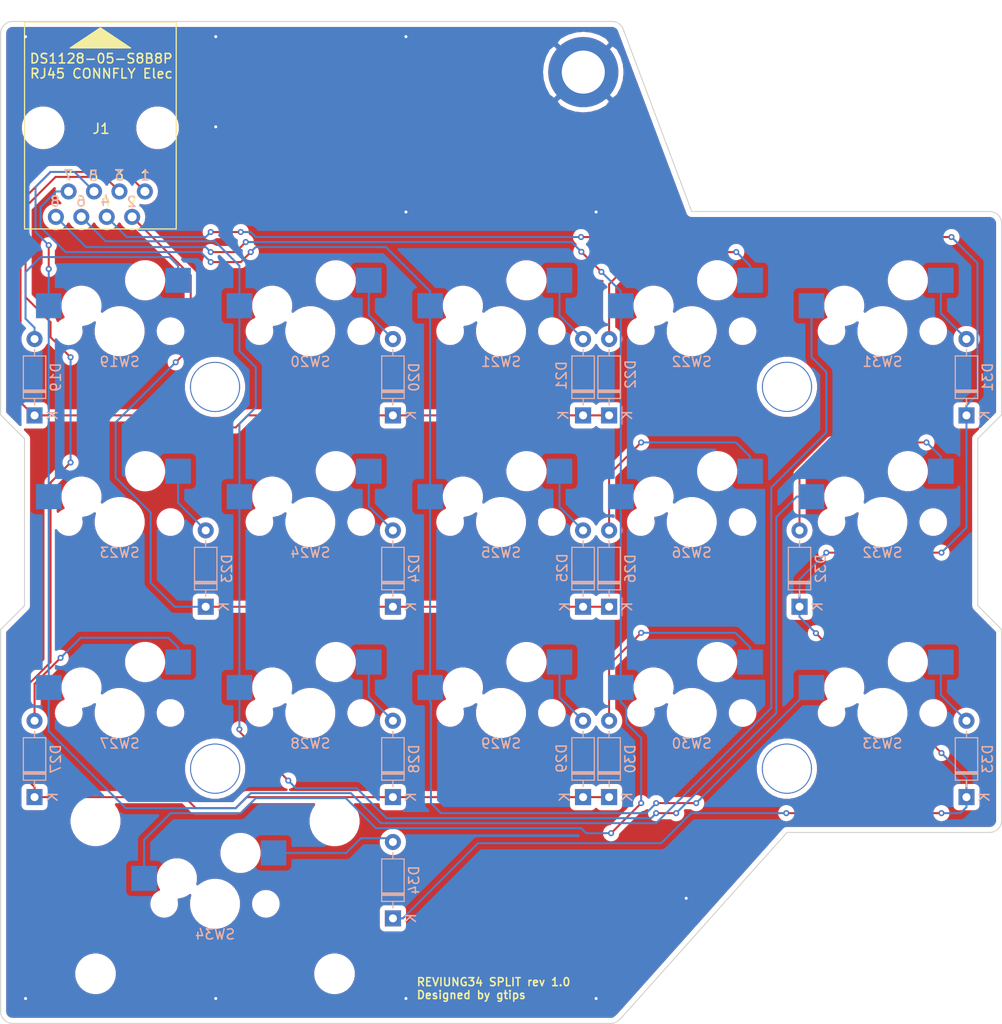
<source format=kicad_pcb>
(kicad_pcb (version 20171130) (host pcbnew "(5.1.2-1)-1")
  (layers (0 F.Cu signal) (31 B.Cu signal) (34 B.Paste user) (35 F.Paste user) (36 B.SilkS user) (37 F.SilkS user) (38 B.Mask user) (39 F.Mask user) (44 Edge.Cuts user))
  (net 0 "")
  (net 1 row0)
  (net 2 row1)
  (net 3 row2)
  (net 4 row3)
  (net 5 col5)
  (net 6 col6)
  (net 7 col7)
  (net 8 col8)
  (net 9 "Net-(D19-Pad2)")
  (net 10 "Net-(D20-Pad2)")
  (net 11 "Net-(D21-Pad2)")
  (net 12 "Net-(D22-Pad2)")
  (net 13 "Net-(D23-Pad2)")
  (net 14 "Net-(D24-Pad2)")
  (net 15 "Net-(D25-Pad2)")
  (net 16 "Net-(D26-Pad2)")
  (net 17 "Net-(D27-Pad2)")
  (net 18 "Net-(D28-Pad2)")
  (net 19 "Net-(D29-Pad2)")
  (net 20 "Net-(D30-Pad2)")
  (net 21 "Net-(D31-Pad2)")
  (net 22 "Net-(D32-Pad2)")
  (net 23 "Net-(D33-Pad2)")
  (net 24 "Net-(D34-Pad2)")
  (net 25 GND)
  (module _reviung-kbd:HOLE (layer F.Cu) (at 128.56 124.56)
    (fp_text reference H5)
    (fp_text value H5)
    (pad "" np_thru_hole circle (at 0 0) (size 5 5) (drill 4.8) (layers *.Cu *.Mask))
  )
  (module _reviung-kbd:HOLE (layer F.Cu) (at 128.57 86.45)
    (fp_text reference H4)
    (fp_text value H4)
    (pad "" np_thru_hole circle (at 0 0) (size 5 5) (drill 4.8) (layers *.Cu *.Mask))
  )
  (module _reviung-kbd:HOLE (layer F.Cu) (at 71.44 124.56)
    (fp_text reference H3)
    (fp_text value H3)
    (pad "" np_thru_hole circle (at 0 0) (size 5 5) (drill 4.8) (layers *.Cu *.Mask))
  )
  (module _reviung-kbd:HOLE (layer F.Cu) (at 71.43 86.46)
    (fp_text reference H2)
    (fp_text value H2)
    (pad "" np_thru_hole circle (at 0 0) (size 5 5) (drill 4.8) (layers *.Cu *.Mask))
  )
  (module MountingHole:MountingHole_4.3mm_M4_ISO14580_Pad (layer F.Cu) (at 108.22 55.04)
    (fp_text reference H1 hide)
    (fp_text value MountingHole_Pad)
    (pad 1 thru_hole circle (at 0 0) (size 7 7) (drill 4.3) (layers *.Cu *.Mask) (net 25 GND))
  )
  (module _reviung-kbd:MXOnly-2U-Hotswap-ReversedStabilizers (layer F.Cu) (at 71.43 138.05)
    (fp_text reference SW34)
    (fp_text value SW_PUSH_2U)
    (fp_text user %R (at 0 3.048) (layer B.SilkS) (effects (justify mirror)))
    (pad "" np_thru_hole circle (at 2.54 -5.08) (size 3 3) (drill 3) (layers *.Cu *.Mask))
    (pad "" np_thru_hole circle (at 0 0) (size 3.9878 3.9878) (drill 3.9878) (layers *.Cu *.Mask))
    (pad "" np_thru_hole circle (at -3.81 -2.54) (size 3 3) (drill 3) (layers *.Cu *.Mask))
    (pad "" np_thru_hole circle (at -5.08 0 48.0996) (size 1.75 1.75) (drill 1.75) (layers *.Cu *.Mask))
    (pad "" np_thru_hole circle (at 5.08 0 48.0996) (size 1.75 1.75) (drill 1.75) (layers *.Cu *.Mask))
    (pad 1 smd rect (at -7.085 -2.54) (size 2.55 2.5) (layers B.Cu B.Paste B.Mask) (net 8 col8))
    (pad 2 smd rect (at 5.842 -5.08) (size 2.55 2.5) (layers B.Cu B.Paste B.Mask) (net 24 "Net-(D34-Pad2)"))
    (pad "" np_thru_hole circle (at 11.938 6.985) (size 3.048 3.048) (drill 3.048) (layers *.Cu *.Mask))
    (pad "" np_thru_hole circle (at -11.938 6.985) (size 3.048 3.048) (drill 3.048) (layers *.Cu *.Mask))
    (pad "" np_thru_hole circle (at 11.938 -8.255) (size 3.9878 3.9878) (drill 3.9878) (layers *.Cu *.Mask))
    (pad "" np_thru_hole circle (at -11.938 -8.255) (size 3.9878 3.9878) (drill 3.9878) (layers *.Cu *.Mask))
  )
  (module _reviung-kbd:RJ45-DS1128-05-S8B8P (layer F.Cu) (at 60.05 60.69 180)
    (fp_text reference J1 (at 0 0) (layer F.SilkS))
    (fp_text value 8P8C)
    (fp_text user 8 (at 4.6 -7.25) (layer F.SilkS))
    (fp_text user 7 (at 3.3 -4.65) (layer F.SilkS))
    (fp_text user 5 (at 0.75 -4.7) (layer F.SilkS))
    (fp_text user 6 (at 2 -7.25) (layer F.SilkS))
    (fp_text user 4 (at -0.5 -7.2) (layer F.SilkS))
    (fp_text user 3 (at -1.8 -4.65) (layer F.SilkS))
    (fp_text user 2 (at -3.05 -7.3) (layer F.SilkS))
    (fp_text user 1 (at -4.4 -4.65) (layer F.SilkS))
    (fp_text user DS1128-05-S8B8P (at -0.01 7) (layer F.SilkS) (effects (font (size 0.95 0.95))))
    (fp_text user "RJ45 CONNFLY Elec" (at -0.03 5.5) (layer F.SilkS) (effects (font (size 0.95 0.95))))
    (fp_text user 1 (at -4.4 -4.65) (layer B.SilkS) (effects (justify mirror)))
    (fp_text user 2 (at -3.05 -7.3) (layer B.SilkS) (effects (justify mirror)))
    (fp_text user 3 (at -1.85 -4.65) (layer B.SilkS) (effects (justify mirror)))
    (fp_text user 4 (at -0.4 -7.2) (layer B.SilkS) (effects (justify mirror)))
    (fp_text user 5 (at 0.8 -4.7) (layer B.SilkS) (effects (justify mirror)))
    (fp_text user 6 (at 2 -7.25) (layer B.SilkS) (effects (justify mirror)))
    (fp_text user 7 (at 3.25 -4.65) (layer B.SilkS) (effects (justify mirror)))
    (fp_text user 8 (at 4.6 -7.25) (layer B.SilkS) (effects (justify mirror)))
    (pad "" np_thru_hole circle (at 5.79 0.09 180) (size 3.25 3.25) (drill 3.25) (layers *.Cu *.Mask))
    (pad "" np_thru_hole circle (at -5.64 0.09 180) (size 3.25 3.25) (drill 3.25) (layers *.Cu *.Mask))
    (pad 8 thru_hole circle (at 4.52 -8.8 180) (size 1.6 1.6) (drill 0.9) (layers *.Cu *.Mask) (net 8 col8))
    (pad 7 thru_hole circle (at 3.25 -6.26 180) (size 1.6 1.6) (drill 0.9) (layers *.Cu *.Mask) (net 7 col7))
    (pad 6 thru_hole circle (at 1.98 -8.8 180) (size 1.6 1.6) (drill 0.9) (layers *.Cu *.Mask) (net 6 col6))
    (pad 5 thru_hole circle (at 0.71 -6.26 180) (size 1.6 1.6) (drill 0.9) (layers *.Cu *.Mask) (net 5 col5))
    (pad 4 thru_hole circle (at -0.56 -8.8 180) (size 1.6 1.6) (drill 0.9) (layers *.Cu *.Mask) (net 4 row3))
    (pad 3 thru_hole circle (at -1.83 -6.26 180) (size 1.6 1.6) (drill 0.9) (layers *.Cu *.Mask) (net 3 row2))
    (pad 2 thru_hole circle (at -3.1 -8.8 180) (size 1.6 1.6) (drill 0.9) (layers *.Cu *.Mask) (net 2 row1))
    (pad 1 thru_hole circle (at -4.37 -6.26 180) (size 1.6 1.6) (drill 0.9) (layers *.Cu *.Mask) (net 1 row0))
  )
  (module Diode_THT:D_DO-35_SOD27_P7.62mm_Horizontal (layer B.Cu) (at 53.4 89.3 90)
    (fp_text reference D19 (at 3.81 2.12 90) (layer B.SilkS) (effects (justify mirror)))
    (fp_text value 1N4148)
    (fp_text user K (at 0 1.8 90) (layer B.SilkS) (effects (justify mirror)))
    (pad 2 thru_hole oval (at 7.62 0 90) (size 1.6 1.6) (drill 0.8) (layers *.Cu *.Mask) (net 9 "Net-(D19-Pad2)"))
    (pad 1 thru_hole rect (at 0 0 90) (size 1.6 1.6) (drill 0.8) (layers *.Cu *.Mask) (net 1 row0))
  )
  (module Diode_THT:D_DO-35_SOD27_P7.62mm_Horizontal (layer B.Cu) (at 89.2 89.3 90)
    (fp_text reference D20 (at 3.81 2.12 90) (layer B.SilkS) (effects (justify mirror)))
    (fp_text value 1N4148)
    (fp_text user K (at 0 1.8 90) (layer B.SilkS) (effects (justify mirror)))
    (pad 1 thru_hole rect (at 0 0 90) (size 1.6 1.6) (drill 0.8) (layers *.Cu *.Mask) (net 1 row0))
    (pad 2 thru_hole oval (at 7.62 0 90) (size 1.6 1.6) (drill 0.8) (layers *.Cu *.Mask) (net 10 "Net-(D20-Pad2)"))
  )
  (module Diode_THT:D_DO-35_SOD27_P7.62mm_Horizontal (layer B.Cu) (at 108.2 89.3 90)
    (fp_text reference D21 (at 3.97 -2.16 90) (layer B.SilkS) (effects (justify mirror)))
    (fp_text value 1N4148)
    (fp_text user K (at 0.01 -1.97 90) (layer B.SilkS) (effects (justify mirror)))
    (pad 2 thru_hole oval (at 7.62 0 90) (size 1.6 1.6) (drill 0.8) (layers *.Cu *.Mask) (net 11 "Net-(D21-Pad2)"))
    (pad 1 thru_hole rect (at 0 0 90) (size 1.6 1.6) (drill 0.8) (layers *.Cu *.Mask) (net 1 row0))
  )
  (module Diode_THT:D_DO-35_SOD27_P7.62mm_Horizontal (layer B.Cu) (at 110.8 89.3 90)
    (fp_text reference D22 (at 4.1 2.14 90) (layer B.SilkS) (effects (justify mirror)))
    (fp_text value 1N4148)
    (fp_text user K (at 0 1.8 90) (layer B.SilkS) (effects (justify mirror)))
    (pad 1 thru_hole rect (at 0 0 90) (size 1.6 1.6) (drill 0.8) (layers *.Cu *.Mask) (net 1 row0))
    (pad 2 thru_hole oval (at 7.62 0 90) (size 1.6 1.6) (drill 0.8) (layers *.Cu *.Mask) (net 12 "Net-(D22-Pad2)"))
  )
  (module Diode_THT:D_DO-35_SOD27_P7.62mm_Horizontal (layer B.Cu) (at 70.5 108.4 90)
    (fp_text reference D23 (at 3.81 2.12 90) (layer B.SilkS) (effects (justify mirror)))
    (fp_text value 1N4148)
    (fp_text user K (at 0 1.8 90) (layer B.SilkS) (effects (justify mirror)))
    (pad 2 thru_hole oval (at 7.62 0 90) (size 1.6 1.6) (drill 0.8) (layers *.Cu *.Mask) (net 13 "Net-(D23-Pad2)"))
    (pad 1 thru_hole rect (at 0 0 90) (size 1.6 1.6) (drill 0.8) (layers *.Cu *.Mask) (net 2 row1))
  )
  (module Diode_THT:D_DO-35_SOD27_P7.62mm_Horizontal (layer B.Cu) (at 89.2 108.4 90)
    (fp_text reference D24 (at 3.81 2.12 90) (layer B.SilkS) (effects (justify mirror)))
    (fp_text value 1N4148)
    (fp_text user K (at 0 1.8 90) (layer B.SilkS) (effects (justify mirror)))
    (pad 1 thru_hole rect (at 0 0 90) (size 1.6 1.6) (drill 0.8) (layers *.Cu *.Mask) (net 2 row1))
    (pad 2 thru_hole oval (at 7.62 0 90) (size 1.6 1.6) (drill 0.8) (layers *.Cu *.Mask) (net 14 "Net-(D24-Pad2)"))
  )
  (module Diode_THT:D_DO-35_SOD27_P7.62mm_Horizontal (layer B.Cu) (at 108.2 108.4 90)
    (fp_text reference D25 (at 3.88 -2.08 90) (layer B.SilkS) (effects (justify mirror)))
    (fp_text value 1N4148)
    (fp_text user K (at 0 -1.8 90) (layer B.SilkS) (effects (justify mirror)))
    (pad 2 thru_hole oval (at 7.62 0 90) (size 1.6 1.6) (drill 0.8) (layers *.Cu *.Mask) (net 15 "Net-(D25-Pad2)"))
    (pad 1 thru_hole rect (at 0 0 90) (size 1.6 1.6) (drill 0.8) (layers *.Cu *.Mask) (net 2 row1))
  )
  (module Diode_THT:D_DO-35_SOD27_P7.62mm_Horizontal (layer B.Cu) (at 110.8 108.4 90)
    (fp_text reference D26 (at 3.81 2.12 90) (layer B.SilkS) (effects (justify mirror)))
    (fp_text value 1N4148)
    (fp_text user K (at 0 1.8 90) (layer B.SilkS) (effects (justify mirror)))
    (pad 1 thru_hole rect (at 0 0 90) (size 1.6 1.6) (drill 0.8) (layers *.Cu *.Mask) (net 2 row1))
    (pad 2 thru_hole oval (at 7.62 0 90) (size 1.6 1.6) (drill 0.8) (layers *.Cu *.Mask) (net 16 "Net-(D26-Pad2)"))
  )
  (module Diode_THT:D_DO-35_SOD27_P7.62mm_Horizontal (layer B.Cu) (at 53.4 127.4 90)
    (fp_text reference D27 (at 3.81 2.12 90) (layer B.SilkS) (effects (justify mirror)))
    (fp_text value 1N4148)
    (fp_text user K (at 0 1.8 90) (layer B.SilkS) (effects (justify mirror)))
    (pad 2 thru_hole oval (at 7.62 0 90) (size 1.6 1.6) (drill 0.8) (layers *.Cu *.Mask) (net 17 "Net-(D27-Pad2)"))
    (pad 1 thru_hole rect (at 0 0 90) (size 1.6 1.6) (drill 0.8) (layers *.Cu *.Mask) (net 3 row2))
  )
  (module Diode_THT:D_DO-35_SOD27_P7.62mm_Horizontal (layer B.Cu) (at 89.2 127.4 90)
    (fp_text reference D28 (at 3.81 2.12 90) (layer B.SilkS) (effects (justify mirror)))
    (fp_text value 1N4148)
    (fp_text user K (at 0 1.8 90) (layer B.SilkS) (effects (justify mirror)))
    (pad 1 thru_hole rect (at 0 0 90) (size 1.6 1.6) (drill 0.8) (layers *.Cu *.Mask) (net 3 row2))
    (pad 2 thru_hole oval (at 7.62 0 90) (size 1.6 1.6) (drill 0.8) (layers *.Cu *.Mask) (net 18 "Net-(D28-Pad2)"))
  )
  (module Diode_THT:D_DO-35_SOD27_P7.62mm_Horizontal (layer B.Cu) (at 108.2 127.4 90)
    (fp_text reference D29 (at 3.88 -2.15 90) (layer B.SilkS) (effects (justify mirror)))
    (fp_text value 1N4148)
    (fp_text user K (at 0.01 -1.84 90) (layer B.SilkS) (effects (justify mirror)))
    (pad 2 thru_hole oval (at 7.62 0 90) (size 1.6 1.6) (drill 0.8) (layers *.Cu *.Mask) (net 19 "Net-(D29-Pad2)"))
    (pad 1 thru_hole rect (at 0 0 90) (size 1.6 1.6) (drill 0.8) (layers *.Cu *.Mask) (net 3 row2))
  )
  (module Diode_THT:D_DO-35_SOD27_P7.62mm_Horizontal (layer B.Cu) (at 110.8 127.4 90)
    (fp_text reference D30 (at 3.81 2.12 90) (layer B.SilkS) (effects (justify mirror)))
    (fp_text value 1N4148)
    (fp_text user K (at 0 1.8 90) (layer B.SilkS) (effects (justify mirror)))
    (pad 1 thru_hole rect (at 0 0 90) (size 1.6 1.6) (drill 0.8) (layers *.Cu *.Mask) (net 3 row2))
    (pad 2 thru_hole oval (at 7.62 0 90) (size 1.6 1.6) (drill 0.8) (layers *.Cu *.Mask) (net 20 "Net-(D30-Pad2)"))
  )
  (module Diode_THT:D_DO-35_SOD27_P7.62mm_Horizontal (layer B.Cu) (at 146.5 89.3 90)
    (fp_text reference D31 (at 3.81 2.12 90) (layer B.SilkS) (effects (justify mirror)))
    (fp_text value 1N4148)
    (fp_text user K (at 0 1.8 90) (layer B.SilkS) (effects (justify mirror)))
    (pad 1 thru_hole rect (at 0 0 90) (size 1.6 1.6) (drill 0.8) (layers *.Cu *.Mask) (net 4 row3))
    (pad 2 thru_hole oval (at 7.62 0 90) (size 1.6 1.6) (drill 0.8) (layers *.Cu *.Mask) (net 21 "Net-(D31-Pad2)"))
  )
  (module Diode_THT:D_DO-35_SOD27_P7.62mm_Horizontal (layer B.Cu) (at 129.82 108.4 90)
    (fp_text reference D32 (at 3.81 2.12 90) (layer B.SilkS) (effects (justify mirror)))
    (fp_text value 1N4148)
    (fp_text user K (at 0 1.8 90) (layer B.SilkS) (effects (justify mirror)))
    (pad 2 thru_hole oval (at 7.62 0 90) (size 1.6 1.6) (drill 0.8) (layers *.Cu *.Mask) (net 22 "Net-(D32-Pad2)"))
    (pad 1 thru_hole rect (at 0 0 90) (size 1.6 1.6) (drill 0.8) (layers *.Cu *.Mask) (net 4 row3))
  )
  (module Diode_THT:D_DO-35_SOD27_P7.62mm_Horizontal (layer B.Cu) (at 146.5 127.4 90)
    (fp_text reference D33 (at 3.81 2.12 90) (layer B.SilkS) (effects (justify mirror)))
    (fp_text value 1N4148)
    (fp_text user K (at 0 1.8 90) (layer B.SilkS) (effects (justify mirror)))
    (pad 1 thru_hole rect (at 0 0 90) (size 1.6 1.6) (drill 0.8) (layers *.Cu *.Mask) (net 4 row3))
    (pad 2 thru_hole oval (at 7.62 0 90) (size 1.6 1.6) (drill 0.8) (layers *.Cu *.Mask) (net 23 "Net-(D33-Pad2)"))
  )
  (module Diode_THT:D_DO-35_SOD27_P7.62mm_Horizontal (layer B.Cu) (at 89.2 139.5 90)
    (fp_text reference D34 (at 3.81 2.12 90) (layer B.SilkS) (effects (justify mirror)))
    (fp_text value 1N4148)
    (fp_text user K (at 0 1.8 90) (layer B.SilkS) (effects (justify mirror)))
    (pad 2 thru_hole oval (at 7.62 0 90) (size 1.6 1.6) (drill 0.8) (layers *.Cu *.Mask) (net 24 "Net-(D34-Pad2)"))
    (pad 1 thru_hole rect (at 0 0 90) (size 1.6 1.6) (drill 0.8) (layers *.Cu *.Mask) (net 4 row3))
  )
  (module _reviung-kbd:MXOnly-1U-Hotswap (layer F.Cu) (at 61.9 80.9)
    (fp_text reference SW19)
    (fp_text value SW_PUSH)
    (fp_text user %R (at 0 3.048) (layer B.SilkS) (effects (justify mirror)))
    (pad "" np_thru_hole circle (at 2.54 -5.08) (size 3 3) (drill 3) (layers *.Cu *.Mask))
    (pad "" np_thru_hole circle (at 0 0) (size 3.9878 3.9878) (drill 3.9878) (layers *.Cu *.Mask))
    (pad "" np_thru_hole circle (at -3.81 -2.54) (size 3 3) (drill 3) (layers *.Cu *.Mask))
    (pad "" np_thru_hole circle (at -5.08 0 48.0996) (size 1.75 1.75) (drill 1.75) (layers *.Cu *.Mask))
    (pad "" np_thru_hole circle (at 5.08 0 48.0996) (size 1.75 1.75) (drill 1.75) (layers *.Cu *.Mask))
    (pad 1 smd rect (at -7.085 -2.54) (size 2.55 2.5) (layers B.Cu B.Paste B.Mask) (net 5 col5))
    (pad 2 smd rect (at 5.842 -5.08) (size 2.55 2.5) (layers B.Cu B.Paste B.Mask) (net 9 "Net-(D19-Pad2)"))
  )
  (module _reviung-kbd:MXOnly-1U-Hotswap (layer F.Cu) (at 80.95 80.9)
    (fp_text reference SW20)
    (fp_text value SW_PUSH)
    (fp_text user %R (at 0 3.048) (layer B.SilkS) (effects (justify mirror)))
    (pad "" np_thru_hole circle (at 2.54 -5.08) (size 3 3) (drill 3) (layers *.Cu *.Mask))
    (pad "" np_thru_hole circle (at 0 0) (size 3.9878 3.9878) (drill 3.9878) (layers *.Cu *.Mask))
    (pad "" np_thru_hole circle (at -3.81 -2.54) (size 3 3) (drill 3) (layers *.Cu *.Mask))
    (pad "" np_thru_hole circle (at -5.08 0 48.0996) (size 1.75 1.75) (drill 1.75) (layers *.Cu *.Mask))
    (pad "" np_thru_hole circle (at 5.08 0 48.0996) (size 1.75 1.75) (drill 1.75) (layers *.Cu *.Mask))
    (pad 1 smd rect (at -7.085 -2.54) (size 2.55 2.5) (layers B.Cu B.Paste B.Mask) (net 6 col6))
    (pad 2 smd rect (at 5.842 -5.08) (size 2.55 2.5) (layers B.Cu B.Paste B.Mask) (net 10 "Net-(D20-Pad2)"))
  )
  (module _reviung-kbd:MXOnly-1U-Hotswap (layer F.Cu) (at 100 80.9)
    (fp_text reference SW21)
    (fp_text value SW_PUSH)
    (fp_text user %R (at 0 3.048) (layer B.SilkS) (effects (justify mirror)))
    (pad 2 smd rect (at 5.842 -5.08) (size 2.55 2.5) (layers B.Cu B.Paste B.Mask) (net 11 "Net-(D21-Pad2)"))
    (pad 1 smd rect (at -7.085 -2.54) (size 2.55 2.5) (layers B.Cu B.Paste B.Mask) (net 7 col7))
    (pad "" np_thru_hole circle (at 5.08 0 48.0996) (size 1.75 1.75) (drill 1.75) (layers *.Cu *.Mask))
    (pad "" np_thru_hole circle (at -5.08 0 48.0996) (size 1.75 1.75) (drill 1.75) (layers *.Cu *.Mask))
    (pad "" np_thru_hole circle (at -3.81 -2.54) (size 3 3) (drill 3) (layers *.Cu *.Mask))
    (pad "" np_thru_hole circle (at 0 0) (size 3.9878 3.9878) (drill 3.9878) (layers *.Cu *.Mask))
    (pad "" np_thru_hole circle (at 2.54 -5.08) (size 3 3) (drill 3) (layers *.Cu *.Mask))
  )
  (module _reviung-kbd:MXOnly-1U-Hotswap (layer F.Cu) (at 119.05 80.9)
    (fp_text reference SW22)
    (fp_text value SW_PUSH)
    (fp_text user %R (at 0 3.048) (layer B.SilkS) (effects (justify mirror)))
    (pad "" np_thru_hole circle (at 2.54 -5.08) (size 3 3) (drill 3) (layers *.Cu *.Mask))
    (pad "" np_thru_hole circle (at 0 0) (size 3.9878 3.9878) (drill 3.9878) (layers *.Cu *.Mask))
    (pad "" np_thru_hole circle (at -3.81 -2.54) (size 3 3) (drill 3) (layers *.Cu *.Mask))
    (pad "" np_thru_hole circle (at -5.08 0 48.0996) (size 1.75 1.75) (drill 1.75) (layers *.Cu *.Mask))
    (pad "" np_thru_hole circle (at 5.08 0 48.0996) (size 1.75 1.75) (drill 1.75) (layers *.Cu *.Mask))
    (pad 1 smd rect (at -7.085 -2.54) (size 2.55 2.5) (layers B.Cu B.Paste B.Mask) (net 8 col8))
    (pad 2 smd rect (at 5.842 -5.08) (size 2.55 2.5) (layers B.Cu B.Paste B.Mask) (net 12 "Net-(D22-Pad2)"))
  )
  (module _reviung-kbd:MXOnly-1U-Hotswap (layer F.Cu) (at 61.9 99.95)
    (fp_text reference SW23)
    (fp_text value SW_PUSH)
    (fp_text user %R (at 0 3.048) (layer B.SilkS) (effects (justify mirror)))
    (pad 2 smd rect (at 5.842 -5.08) (size 2.55 2.5) (layers B.Cu B.Paste B.Mask) (net 13 "Net-(D23-Pad2)"))
    (pad 1 smd rect (at -7.085 -2.54) (size 2.55 2.5) (layers B.Cu B.Paste B.Mask) (net 5 col5))
    (pad "" np_thru_hole circle (at 5.08 0 48.0996) (size 1.75 1.75) (drill 1.75) (layers *.Cu *.Mask))
    (pad "" np_thru_hole circle (at -5.08 0 48.0996) (size 1.75 1.75) (drill 1.75) (layers *.Cu *.Mask))
    (pad "" np_thru_hole circle (at -3.81 -2.54) (size 3 3) (drill 3) (layers *.Cu *.Mask))
    (pad "" np_thru_hole circle (at 0 0) (size 3.9878 3.9878) (drill 3.9878) (layers *.Cu *.Mask))
    (pad "" np_thru_hole circle (at 2.54 -5.08) (size 3 3) (drill 3) (layers *.Cu *.Mask))
  )
  (module _reviung-kbd:MXOnly-1U-Hotswap (layer F.Cu) (at 80.95 99.95)
    (fp_text reference SW24)
    (fp_text value SW_PUSH)
    (fp_text user %R (at 0 3.048) (layer B.SilkS) (effects (justify mirror)))
    (pad "" np_thru_hole circle (at 2.54 -5.08) (size 3 3) (drill 3) (layers *.Cu *.Mask))
    (pad "" np_thru_hole circle (at 0 0) (size 3.9878 3.9878) (drill 3.9878) (layers *.Cu *.Mask))
    (pad "" np_thru_hole circle (at -3.81 -2.54) (size 3 3) (drill 3) (layers *.Cu *.Mask))
    (pad "" np_thru_hole circle (at -5.08 0 48.0996) (size 1.75 1.75) (drill 1.75) (layers *.Cu *.Mask))
    (pad "" np_thru_hole circle (at 5.08 0 48.0996) (size 1.75 1.75) (drill 1.75) (layers *.Cu *.Mask))
    (pad 1 smd rect (at -7.085 -2.54) (size 2.55 2.5) (layers B.Cu B.Paste B.Mask) (net 6 col6))
    (pad 2 smd rect (at 5.842 -5.08) (size 2.55 2.5) (layers B.Cu B.Paste B.Mask) (net 14 "Net-(D24-Pad2)"))
  )
  (module _reviung-kbd:MXOnly-1U-Hotswap (layer F.Cu) (at 100 99.95)
    (fp_text reference SW25)
    (fp_text value SW_PUSH)
    (fp_text user %R (at 0 3.048) (layer B.SilkS) (effects (justify mirror)))
    (pad 2 smd rect (at 5.842 -5.08) (size 2.55 2.5) (layers B.Cu B.Paste B.Mask) (net 15 "Net-(D25-Pad2)"))
    (pad 1 smd rect (at -7.085 -2.54) (size 2.55 2.5) (layers B.Cu B.Paste B.Mask) (net 7 col7))
    (pad "" np_thru_hole circle (at 5.08 0 48.0996) (size 1.75 1.75) (drill 1.75) (layers *.Cu *.Mask))
    (pad "" np_thru_hole circle (at -5.08 0 48.0996) (size 1.75 1.75) (drill 1.75) (layers *.Cu *.Mask))
    (pad "" np_thru_hole circle (at -3.81 -2.54) (size 3 3) (drill 3) (layers *.Cu *.Mask))
    (pad "" np_thru_hole circle (at 0 0) (size 3.9878 3.9878) (drill 3.9878) (layers *.Cu *.Mask))
    (pad "" np_thru_hole circle (at 2.54 -5.08) (size 3 3) (drill 3) (layers *.Cu *.Mask))
  )
  (module _reviung-kbd:MXOnly-1U-Hotswap (layer F.Cu) (at 119.05 99.95)
    (fp_text reference SW26)
    (fp_text value SW_PUSH)
    (fp_text user %R (at 0 3.048) (layer B.SilkS) (effects (justify mirror)))
    (pad "" np_thru_hole circle (at 2.54 -5.08) (size 3 3) (drill 3) (layers *.Cu *.Mask))
    (pad "" np_thru_hole circle (at 0 0) (size 3.9878 3.9878) (drill 3.9878) (layers *.Cu *.Mask))
    (pad "" np_thru_hole circle (at -3.81 -2.54) (size 3 3) (drill 3) (layers *.Cu *.Mask))
    (pad "" np_thru_hole circle (at -5.08 0 48.0996) (size 1.75 1.75) (drill 1.75) (layers *.Cu *.Mask))
    (pad "" np_thru_hole circle (at 5.08 0 48.0996) (size 1.75 1.75) (drill 1.75) (layers *.Cu *.Mask))
    (pad 1 smd rect (at -7.085 -2.54) (size 2.55 2.5) (layers B.Cu B.Paste B.Mask) (net 8 col8))
    (pad 2 smd rect (at 5.842 -5.08) (size 2.55 2.5) (layers B.Cu B.Paste B.Mask) (net 16 "Net-(D26-Pad2)"))
  )
  (module _reviung-kbd:MXOnly-1U-Hotswap (layer F.Cu) (at 61.9 119)
    (fp_text reference SW27)
    (fp_text value SW_PUSH)
    (fp_text user %R (at 0 3.048) (layer B.SilkS) (effects (justify mirror)))
    (pad "" np_thru_hole circle (at 2.54 -5.08) (size 3 3) (drill 3) (layers *.Cu *.Mask))
    (pad "" np_thru_hole circle (at 0 0) (size 3.9878 3.9878) (drill 3.9878) (layers *.Cu *.Mask))
    (pad "" np_thru_hole circle (at -3.81 -2.54) (size 3 3) (drill 3) (layers *.Cu *.Mask))
    (pad "" np_thru_hole circle (at -5.08 0 48.0996) (size 1.75 1.75) (drill 1.75) (layers *.Cu *.Mask))
    (pad "" np_thru_hole circle (at 5.08 0 48.0996) (size 1.75 1.75) (drill 1.75) (layers *.Cu *.Mask))
    (pad 1 smd rect (at -7.085 -2.54) (size 2.55 2.5) (layers B.Cu B.Paste B.Mask) (net 5 col5))
    (pad 2 smd rect (at 5.842 -5.08) (size 2.55 2.5) (layers B.Cu B.Paste B.Mask) (net 17 "Net-(D27-Pad2)"))
  )
  (module _reviung-kbd:MXOnly-1U-Hotswap (layer F.Cu) (at 80.95 119)
    (fp_text reference SW28)
    (fp_text value SW_PUSH)
    (fp_text user %R (at 0 3.048) (layer B.SilkS) (effects (justify mirror)))
    (pad 2 smd rect (at 5.842 -5.08) (size 2.55 2.5) (layers B.Cu B.Paste B.Mask) (net 18 "Net-(D28-Pad2)"))
    (pad 1 smd rect (at -7.085 -2.54) (size 2.55 2.5) (layers B.Cu B.Paste B.Mask) (net 6 col6))
    (pad "" np_thru_hole circle (at 5.08 0 48.0996) (size 1.75 1.75) (drill 1.75) (layers *.Cu *.Mask))
    (pad "" np_thru_hole circle (at -5.08 0 48.0996) (size 1.75 1.75) (drill 1.75) (layers *.Cu *.Mask))
    (pad "" np_thru_hole circle (at -3.81 -2.54) (size 3 3) (drill 3) (layers *.Cu *.Mask))
    (pad "" np_thru_hole circle (at 0 0) (size 3.9878 3.9878) (drill 3.9878) (layers *.Cu *.Mask))
    (pad "" np_thru_hole circle (at 2.54 -5.08) (size 3 3) (drill 3) (layers *.Cu *.Mask))
  )
  (module _reviung-kbd:MXOnly-1U-Hotswap (layer F.Cu) (at 100 119)
    (fp_text reference SW29)
    (fp_text value SW_PUSH)
    (fp_text user %R (at 0 3.048) (layer B.SilkS) (effects (justify mirror)))
    (pad "" np_thru_hole circle (at 2.54 -5.08) (size 3 3) (drill 3) (layers *.Cu *.Mask))
    (pad "" np_thru_hole circle (at 0 0) (size 3.9878 3.9878) (drill 3.9878) (layers *.Cu *.Mask))
    (pad "" np_thru_hole circle (at -3.81 -2.54) (size 3 3) (drill 3) (layers *.Cu *.Mask))
    (pad "" np_thru_hole circle (at -5.08 0 48.0996) (size 1.75 1.75) (drill 1.75) (layers *.Cu *.Mask))
    (pad "" np_thru_hole circle (at 5.08 0 48.0996) (size 1.75 1.75) (drill 1.75) (layers *.Cu *.Mask))
    (pad 1 smd rect (at -7.085 -2.54) (size 2.55 2.5) (layers B.Cu B.Paste B.Mask) (net 7 col7))
    (pad 2 smd rect (at 5.842 -5.08) (size 2.55 2.5) (layers B.Cu B.Paste B.Mask) (net 19 "Net-(D29-Pad2)"))
  )
  (module _reviung-kbd:MXOnly-1U-Hotswap (layer F.Cu) (at 119.05 119)
    (fp_text reference SW30)
    (fp_text value SW_PUSH)
    (fp_text user %R (at 0 3.048) (layer B.SilkS) (effects (justify mirror)))
    (pad 2 smd rect (at 5.842 -5.08) (size 2.55 2.5) (layers B.Cu B.Paste B.Mask) (net 20 "Net-(D30-Pad2)"))
    (pad 1 smd rect (at -7.085 -2.54) (size 2.55 2.5) (layers B.Cu B.Paste B.Mask) (net 8 col8))
    (pad "" np_thru_hole circle (at 5.08 0 48.0996) (size 1.75 1.75) (drill 1.75) (layers *.Cu *.Mask))
    (pad "" np_thru_hole circle (at -5.08 0 48.0996) (size 1.75 1.75) (drill 1.75) (layers *.Cu *.Mask))
    (pad "" np_thru_hole circle (at -3.81 -2.54) (size 3 3) (drill 3) (layers *.Cu *.Mask))
    (pad "" np_thru_hole circle (at 0 0) (size 3.9878 3.9878) (drill 3.9878) (layers *.Cu *.Mask))
    (pad "" np_thru_hole circle (at 2.54 -5.08) (size 3 3) (drill 3) (layers *.Cu *.Mask))
  )
  (module _reviung-kbd:MXOnly-1U-Hotswap (layer F.Cu) (at 138.1 80.9)
    (fp_text reference SW31)
    (fp_text value SW_PUSH)
    (fp_text user %R (at 0 3.048) (layer B.SilkS) (effects (justify mirror)))
    (pad 2 smd rect (at 5.842 -5.08) (size 2.55 2.5) (layers B.Cu B.Paste B.Mask) (net 21 "Net-(D31-Pad2)"))
    (pad 1 smd rect (at -7.085 -2.54) (size 2.55 2.5) (layers B.Cu B.Paste B.Mask) (net 5 col5))
    (pad "" np_thru_hole circle (at 5.08 0 48.0996) (size 1.75 1.75) (drill 1.75) (layers *.Cu *.Mask))
    (pad "" np_thru_hole circle (at -5.08 0 48.0996) (size 1.75 1.75) (drill 1.75) (layers *.Cu *.Mask))
    (pad "" np_thru_hole circle (at -3.81 -2.54) (size 3 3) (drill 3) (layers *.Cu *.Mask))
    (pad "" np_thru_hole circle (at 0 0) (size 3.9878 3.9878) (drill 3.9878) (layers *.Cu *.Mask))
    (pad "" np_thru_hole circle (at 2.54 -5.08) (size 3 3) (drill 3) (layers *.Cu *.Mask))
  )
  (module _reviung-kbd:MXOnly-1U-Hotswap (layer F.Cu) (at 138.1 99.95)
    (fp_text reference SW32)
    (fp_text value SW_PUSH)
    (fp_text user %R (at 0 3.048) (layer B.SilkS) (effects (justify mirror)))
    (pad "" np_thru_hole circle (at 2.54 -5.08) (size 3 3) (drill 3) (layers *.Cu *.Mask))
    (pad "" np_thru_hole circle (at 0 0) (size 3.9878 3.9878) (drill 3.9878) (layers *.Cu *.Mask))
    (pad "" np_thru_hole circle (at -3.81 -2.54) (size 3 3) (drill 3) (layers *.Cu *.Mask))
    (pad "" np_thru_hole circle (at -5.08 0 48.0996) (size 1.75 1.75) (drill 1.75) (layers *.Cu *.Mask))
    (pad "" np_thru_hole circle (at 5.08 0 48.0996) (size 1.75 1.75) (drill 1.75) (layers *.Cu *.Mask))
    (pad 1 smd rect (at -7.085 -2.54) (size 2.55 2.5) (layers B.Cu B.Paste B.Mask) (net 6 col6))
    (pad 2 smd rect (at 5.842 -5.08) (size 2.55 2.5) (layers B.Cu B.Paste B.Mask) (net 22 "Net-(D32-Pad2)"))
  )
  (module _reviung-kbd:MXOnly-1U-Hotswap (layer F.Cu) (at 138.1 119)
    (fp_text reference SW33)
    (fp_text value SW_PUSH)
    (fp_text user %R (at 0 3.048) (layer B.SilkS) (effects (justify mirror)))
    (pad 2 smd rect (at 5.842 -5.08) (size 2.55 2.5) (layers B.Cu B.Paste B.Mask) (net 23 "Net-(D33-Pad2)"))
    (pad 1 smd rect (at -7.085 -2.54) (size 2.55 2.5) (layers B.Cu B.Paste B.Mask) (net 7 col7))
    (pad "" np_thru_hole circle (at 5.08 0 48.0996) (size 1.75 1.75) (drill 1.75) (layers *.Cu *.Mask))
    (pad "" np_thru_hole circle (at -5.08 0 48.0996) (size 1.75 1.75) (drill 1.75) (layers *.Cu *.Mask))
    (pad "" np_thru_hole circle (at -3.81 -2.54) (size 3 3) (drill 3) (layers *.Cu *.Mask))
    (pad "" np_thru_hole circle (at 0 0) (size 3.9878 3.9878) (drill 3.9878) (layers *.Cu *.Mask))
    (pad "" np_thru_hole circle (at 2.54 -5.08) (size 3 3) (drill 3) (layers *.Cu *.Mask))
  )
  (gr_text "REVIUNG34 SPLIT rev 1.0\nDesigned by gtips" (at 91.5 146.5) (layer F.SilkS) (effects (font (size 0.8 0.8)) (justify left)))
  (gr_curve (pts (xy 51.201917 149.980917) (xy 50.543581 149.980917) (xy 50.009914 149.447229) (xy 50.009914 148.788914)) (layer Edge.Cuts) (width 0.1))
  (gr_curve (pts (xy 112.192467 149.239296) (xy 112.192467 149.239296) (xy 111.586883 149.980917) (xy 111.088572 149.980917)) (layer Edge.Cuts) (width 0.1))
  (gr_curve (pts (xy 50.009914 148.788914) (xy 50.009914 148.788612) (xy 50.01 110.68) (xy 50.01 110.68)) (layer Edge.Cuts) (width 0.1))
  (gr_curve (pts (xy 128.57275 130.926438) (xy 128.57275 130.926438) (xy 112.192467 149.239296) (xy 112.192467 149.239296)) (layer Edge.Cuts) (width 0.1))
  (gr_curve (pts (xy 148.818095 130.926438) (xy 148.818095 130.926438) (xy 128.57275 130.926438) (xy 128.57275 130.926438)) (layer Edge.Cuts) (width 0.1))
  (gr_curve (pts (xy 111.088572 149.980917) (xy 111.088572 149.980917) (xy 51.201917 149.980917) (xy 51.201917 149.980917)) (layer Edge.Cuts) (width 0.1))
  (gr_curve (pts (xy 50.01 89.241537) (xy 50.01 89.241537) (xy 50.01 51.172909) (xy 50.01 51.172909)) (layer Edge.Cuts) (width 0.1))
  (gr_curve (pts (xy 148.818009 68.951991) (xy 149.476324 68.951991) (xy 150.010012 69.485658) (xy 150.010012 70.143994)) (layer Edge.Cuts) (width 0.1))
  (gr_curve (pts (xy 119.055549 68.951991) (xy 119.055549 68.951991) (xy 148.818009 68.951991) (xy 148.818009 68.951991)) (layer Edge.Cuts) (width 0.1))
  (gr_curve (pts (xy 112.208302 50.76145) (xy 112.208302 50.76145) (xy 119.055549 68.951991) (xy 119.055549 68.951991)) (layer Edge.Cuts) (width 0.1))
  (gr_curve (pts (xy 111.08095 49.980905) (xy 111.595023 49.980905) (xy 112.040999 50.305384) (xy 112.208302 50.76145)) (layer Edge.Cuts) (width 0.1))
  (gr_curve (pts (xy 51.202003 49.980905) (xy 51.202003 49.980905) (xy 111.08095 49.980905) (xy 111.08095 49.980905)) (layer Edge.Cuts) (width 0.1))
  (gr_curve (pts (xy 147.626092 108.295994) (xy 147.626092 108.295994) (xy 150.010012 110.68) (xy 150.010012 110.68)) (layer Edge.Cuts) (width 0.1))
  (gr_curve (pts (xy 150.010098 129.734435) (xy 150.010098 130.392772) (xy 149.47641 130.926438) (xy 148.818095 130.926438)) (layer Edge.Cuts) (width 0.1))
  (gr_curve (pts (xy 150.010012 110.68) (xy 150.010012 110.68) (xy 150.010098 129.734134) (xy 150.010098 129.734435)) (layer Edge.Cuts) (width 0.1))
  (gr_curve (pts (xy 150.010012 89.241537) (xy 150.010012 89.241537) (xy 147.626092 91.625543) (xy 147.626092 91.625543)) (layer Edge.Cuts) (width 0.1))
  (gr_curve (pts (xy 147.626092 91.625543) (xy 147.626092 91.625543) (xy 147.626092 108.295994) (xy 147.626092 108.295994)) (layer Edge.Cuts) (width 0.1))
  (gr_curve (pts (xy 150.010012 70.143994) (xy 150.010012 70.143994) (xy 150.010012 89.241537) (xy 150.010012 89.241537)) (layer Edge.Cuts) (width 0.1))
  (gr_curve (pts (xy 50.01 51.172909) (xy 50.01 50.514594) (xy 50.543689 49.980905) (xy 51.202003 49.980905)) (layer Edge.Cuts) (width 0.1))
  (gr_curve (pts (xy 52.39392 91.625543) (xy 52.39392 91.625543) (xy 50.01 89.241537) (xy 50.01 89.241537)) (layer Edge.Cuts) (width 0.1))
  (gr_curve (pts (xy 52.39392 108.295994) (xy 52.39392 108.295994) (xy 52.39392 91.625543) (xy 52.39392 91.625543)) (layer Edge.Cuts) (width 0.1))
  (gr_curve (pts (xy 50.01 110.68) (xy 50.01 110.68) (xy 52.39392 108.295994) (xy 52.39392 108.295994)) (layer Edge.Cuts) (width 0.1))
  (segment (start 53.4 89.3) (end 54.4 89.3) (width 0.2) (layer F.Cu) (net 1))
  (segment (start 89.2 89.3) (end 108.2 89.3) (width 0.2) (layer F.Cu) (net 1))
  (segment (start 108.2 89.3) (end 110.8 89.3) (width 0.2) (layer F.Cu) (net 1))
  (segment (start 74.7 89.3) (end 73.5 90.5) (width 0.2) (layer F.Cu) (net 1))
  (segment (start 74.7 89.3) (end 89.2 89.3) (width 0.2) (layer F.Cu) (net 1))
  (segment (start 73.5 90.5) (end 69.5 90.5) (width 0.2) (layer F.Cu) (net 1))
  (segment (start 69.5 90.5) (end 68.3 89.3) (width 0.2) (layer F.Cu) (net 1))
  (segment (start 54.4 89.3) (end 68.3 89.3) (width 0.2) (layer F.Cu) (net 1))
  (segment (start 62.47 65) (end 64.42 66.95) (width 0.2) (layer F.Cu) (net 1))
  (segment (start 55 65) (end 62.47 65) (width 0.2) (layer F.Cu) (net 1))
  (segment (start 52 68) (end 55 65) (width 0.2) (layer F.Cu) (net 1))
  (segment (start 52 88) (end 52 68) (width 0.2) (layer F.Cu) (net 1))
  (segment (start 53.3 89.3) (end 52 88) (width 0.2) (layer F.Cu) (net 1))
  (segment (start 53.4 89.3) (end 53.3 89.3) (width 0.2) (layer F.Cu) (net 1))
  (segment (start 63.15 69.49) (end 69 75.34) (width 0.2) (layer F.Cu) (net 2))
  (segment (start 69 75.34) (end 69 82.5) (width 0.2) (layer F.Cu) (net 2))
  (segment (start 69 82.5) (end 67.5 84) (width 0.2) (layer F.Cu) (net 2))
  (segment (start 67.5 84) (end 67.5 84) (width 0.2) (layer F.Cu) (net 2))
  (via (at 67.5 84) (size 0.6) (drill 0.3) (layers F.Cu B.Cu) (net 2))
  (segment (start 67.5 84) (end 61.5 90) (width 0.2) (layer B.Cu) (net 2))
  (segment (start 61.5 90) (end 61.5 95.5) (width 0.2) (layer B.Cu) (net 2))
  (segment (start 67.4 108.4) (end 70.5 108.4) (width 0.2) (layer B.Cu) (net 2))
  (segment (start 65 106) (end 67.4 108.4) (width 0.2) (layer B.Cu) (net 2))
  (segment (start 61.5 95.5) (end 65 99) (width 0.2) (layer B.Cu) (net 2))
  (segment (start 65 99) (end 65 106) (width 0.2) (layer B.Cu) (net 2))
  (segment (start 70.5 108.4) (end 89.2 108.4) (width 0.2) (layer F.Cu) (net 2))
  (segment (start 89.2 108.4) (end 108.2 108.4) (width 0.2) (layer F.Cu) (net 2))
  (segment (start 108.2 108.4) (end 110.8 108.4) (width 0.2) (layer F.Cu) (net 2))
  (segment (start 52 125) (end 53.4 126.4) (width 0.2) (layer F.Cu) (net 3))
  (segment (start 52 116.9343) (end 52 125) (width 0.2) (layer F.Cu) (net 3))
  (segment (start 53.4 126.4) (end 53.4 127.4) (width 0.2) (layer F.Cu) (net 3))
  (segment (start 55 113.9343) (end 52 116.9343) (width 0.2) (layer F.Cu) (net 3))
  (segment (start 74.6 127.4) (end 89.2 127.4) (width 0.2) (layer F.Cu) (net 3))
  (segment (start 73.5 128.5) (end 74.6 127.4) (width 0.2) (layer F.Cu) (net 3))
  (segment (start 69.5 128.5) (end 73.5 128.5) (width 0.2) (layer F.Cu) (net 3))
  (segment (start 68.4 127.4) (end 69.5 128.5) (width 0.2) (layer F.Cu) (net 3))
  (segment (start 53.4 127.4) (end 68.4 127.4) (width 0.2) (layer F.Cu) (net 3))
  (segment (start 89.2 127.4) (end 108.2 127.4) (width 0.2) (layer F.Cu) (net 3))
  (segment (start 108.2 127.4) (end 110.8 127.4) (width 0.2) (layer F.Cu) (net 3))
  (segment (start 55 96) (end 57 94) (width 0.2) (layer F.Cu) (net 3))
  (segment (start 55 96) (end 55 113.9343) (width 0.2) (layer F.Cu) (net 3))
  (segment (start 57 83.5) (end 57 83.5) (width 0.2) (layer F.Cu) (net 3))
  (via (at 57 83.5) (size 0.6) (drill 0.3) (layers F.Cu B.Cu) (net 3))
  (segment (start 57 94) (end 57 94) (width 0.2) (layer F.Cu) (net 3))
  (via (at 57 94) (size 0.6) (drill 0.3) (layers F.Cu B.Cu) (net 3))
  (segment (start 57 83.5) (end 57 94) (width 0.2) (layer B.Cu) (net 3))
  (segment (start 60.43 65.5) (end 61.88 66.95) (width 0.2) (layer F.Cu) (net 3))
  (segment (start 57 83.5) (end 55 81.5) (width 0.2) (layer F.Cu) (net 3))
  (segment (start 55 80) (end 52.5 77.5) (width 0.2) (layer F.Cu) (net 3))
  (segment (start 55 81.5) (end 55 80) (width 0.2) (layer F.Cu) (net 3))
  (segment (start 52.5 77.5) (end 52.5 68.5) (width 0.2) (layer F.Cu) (net 3))
  (segment (start 52.5 68.5) (end 55.5 65.5) (width 0.2) (layer F.Cu) (net 3))
  (segment (start 55.5 65.5) (end 60.43 65.5) (width 0.2) (layer F.Cu) (net 3))
  (segment (start 60.61 69.49) (end 62.62 71.5) (width 0.2) (layer B.Cu) (net 4))
  (segment (start 74 71) (end 75 71) (width 0.2) (layer B.Cu) (net 4))
  (segment (start 75 71) (end 75.5 71.5) (width 0.2) (layer B.Cu) (net 4))
  (segment (start 75.5 71.5) (end 108 71.5) (width 0.2) (layer B.Cu) (net 4))
  (segment (start 146.5 88.3) (end 146.5 89.3) (width 0.2) (layer B.Cu) (net 4))
  (segment (start 147.600001 87.199999) (end 146.5 88.3) (width 0.2) (layer B.Cu) (net 4))
  (segment (start 147.600001 74.100001) (end 147.600001 87.199999) (width 0.2) (layer B.Cu) (net 4))
  (segment (start 145 71.5) (end 147.600001 74.100001) (width 0.2) (layer B.Cu) (net 4))
  (segment (start 129.82 105.68) (end 129.82 108.4) (width 0.2) (layer B.Cu) (net 4))
  (segment (start 132.5 103) (end 129.82 105.68) (width 0.2) (layer B.Cu) (net 4))
  (segment (start 146.5 89.3) (end 146.5 100.5) (width 0.2) (layer B.Cu) (net 4))
  (segment (start 146.5 100.5) (end 144 103) (width 0.2) (layer B.Cu) (net 4))
  (segment (start 129.82 109.4) (end 131.46 111.04) (width 0.2) (layer B.Cu) (net 4))
  (segment (start 129.82 108.4) (end 129.82 109.4) (width 0.2) (layer B.Cu) (net 4))
  (segment (start 146.5 125.5) (end 146.5 127.4) (width 0.2) (layer B.Cu) (net 4))
  (segment (start 89.2 139.5) (end 90.2 139.5) (width 0.2) (layer B.Cu) (net 4))
  (segment (start 90.2 139.5) (end 97.7 132) (width 0.2) (layer B.Cu) (net 4))
  (segment (start 97.7 132) (end 116 132) (width 0.2) (layer B.Cu) (net 4))
  (segment (start 116 132) (end 119 129) (width 0.2) (layer B.Cu) (net 4))
  (segment (start 146.5 128.4) (end 146.5 127.4) (width 0.2) (layer B.Cu) (net 4))
  (segment (start 119 129) (end 128.5 129) (width 0.2) (layer B.Cu) (net 4))
  (segment (start 145.9 129) (end 146.5 128.4) (width 0.2) (layer B.Cu) (net 4))
  (segment (start 145 71.5) (end 145 71.5) (width 0.2) (layer B.Cu) (net 4))
  (via (at 145 71.5) (size 0.6) (drill 0.3) (layers F.Cu B.Cu) (net 4))
  (via (at 108 71.5) (size 0.6) (drill 0.3) (layers F.Cu B.Cu) (net 4))
  (segment (start 145 71.5) (end 108 71.5) (width 0.2) (layer F.Cu) (net 4))
  (segment (start 132.5 103) (end 132.5 103) (width 0.2) (layer B.Cu) (net 4))
  (via (at 132.5 103) (size 0.6) (drill 0.3) (layers F.Cu B.Cu) (net 4))
  (segment (start 144 103) (end 144 103) (width 0.2) (layer B.Cu) (net 4))
  (via (at 144 103) (size 0.6) (drill 0.3) (layers F.Cu B.Cu) (net 4))
  (segment (start 132.5 103) (end 144 103) (width 0.2) (layer F.Cu) (net 4))
  (segment (start 144 123) (end 146.5 125.5) (width 0.2) (layer B.Cu) (net 4))
  (via (at 144 123) (size 0.6) (drill 0.3) (layers F.Cu B.Cu) (net 4))
  (via (at 131.46 111.04) (size 0.6) (drill 0.3) (layers F.Cu B.Cu) (net 4))
  (segment (start 131.46 111.04) (end 133.92 113.5) (width 0.2) (layer F.Cu) (net 4))
  (segment (start 133.92 113.5) (end 136.5 113.5) (width 0.2) (layer F.Cu) (net 4))
  (segment (start 136.5 113.5) (end 141 118) (width 0.2) (layer F.Cu) (net 4))
  (segment (start 141 120) (end 144 123) (width 0.2) (layer F.Cu) (net 4))
  (segment (start 141 118) (end 141 120) (width 0.2) (layer F.Cu) (net 4))
  (segment (start 144 129) (end 145.9 129) (width 0.2) (layer B.Cu) (net 4))
  (via (at 144 129) (size 0.6) (drill 0.3) (layers F.Cu B.Cu) (net 4))
  (via (at 128.5 129) (size 0.6) (drill 0.3) (layers F.Cu B.Cu) (net 4))
  (segment (start 128.5 129) (end 144 129) (width 0.2) (layer F.Cu) (net 4))
  (segment (start 70.5 71.5) (end 71 71) (width 0.2) (layer B.Cu) (net 4))
  (segment (start 62.62 71.5) (end 70.5 71.5) (width 0.2) (layer B.Cu) (net 4))
  (segment (start 71 71) (end 71 71) (width 0.2) (layer B.Cu) (net 4))
  (via (at 71 71) (size 0.6) (drill 0.3) (layers F.Cu B.Cu) (net 4))
  (segment (start 74 71) (end 74 71) (width 0.2) (layer B.Cu) (net 4))
  (via (at 74 71) (size 0.6) (drill 0.3) (layers F.Cu B.Cu) (net 4))
  (segment (start 71 71) (end 74 71) (width 0.2) (layer F.Cu) (net 4))
  (segment (start 55 65) (end 53.5 66.5) (width 0.2) (layer B.Cu) (net 5))
  (segment (start 59.34 66.95) (end 57.39 65) (width 0.2) (layer B.Cu) (net 5))
  (segment (start 57.39 65) (end 55 65) (width 0.2) (layer B.Cu) (net 5))
  (segment (start 54.815 79.81) (end 54.815 97.41) (width 0.2) (layer B.Cu) (net 5))
  (segment (start 54.815 78.36) (end 54.815 79.81) (width 0.2) (layer B.Cu) (net 5))
  (segment (start 54.815 98.86) (end 54.815 116.46) (width 0.2) (layer B.Cu) (net 5))
  (segment (start 54.815 97.41) (end 54.815 98.86) (width 0.2) (layer B.Cu) (net 5))
  (segment (start 54.815 120.815) (end 62.5 128.5) (width 0.2) (layer B.Cu) (net 5))
  (segment (start 54.815 116.46) (end 54.815 120.815) (width 0.2) (layer B.Cu) (net 5))
  (segment (start 62.5 128.5) (end 73.5 128.5) (width 0.2) (layer B.Cu) (net 5))
  (segment (start 73.5 128.5) (end 75 127) (width 0.2) (layer B.Cu) (net 5))
  (segment (start 85 127) (end 88 130) (width 0.2) (layer B.Cu) (net 5))
  (segment (start 75 127) (end 85 127) (width 0.2) (layer B.Cu) (net 5))
  (segment (start 88 130) (end 89 130) (width 0.2) (layer B.Cu) (net 5))
  (segment (start 88.5 130) (end 89 130) (width 0.2) (layer B.Cu) (net 5))
  (segment (start 54.815 72.315) (end 54.815 72.315) (width 0.2) (layer B.Cu) (net 5))
  (segment (start 53.5 66.5) (end 53.5 71) (width 0.2) (layer B.Cu) (net 5))
  (segment (start 54.815 72.315) (end 53.5 71) (width 0.2) (layer B.Cu) (net 5))
  (via (at 54.815 72.315) (size 0.6) (drill 0.3) (layers F.Cu B.Cu) (net 5))
  (segment (start 54.815 72.315) (end 54.815 74.685) (width 0.2) (layer F.Cu) (net 5))
  (via (at 54.815 74.685) (size 0.6) (drill 0.3) (layers F.Cu B.Cu) (net 5))
  (segment (start 54.815 74.685) (end 54.815 78.36) (width 0.2) (layer B.Cu) (net 5))
  (segment (start 115.5 130) (end 89 130) (width 0.2) (layer B.Cu) (net 5))
  (segment (start 131.015 83.485) (end 132.5 84.97) (width 0.2) (layer B.Cu) (net 5))
  (segment (start 131.015 78.36) (end 131.015 83.485) (width 0.2) (layer B.Cu) (net 5))
  (segment (start 132.5 84.97) (end 132.5 91) (width 0.2) (layer B.Cu) (net 5))
  (segment (start 132.5 91) (end 127 96.5) (width 0.2) (layer B.Cu) (net 5))
  (segment (start 127 96.5) (end 127 118.5) (width 0.2) (layer B.Cu) (net 5))
  (segment (start 127 118.5) (end 115.5 130) (width 0.2) (layer B.Cu) (net 5))
  (segment (start 58.07 69.49) (end 60.5 71.92) (width 0.2) (layer B.Cu) (net 6))
  (segment (start 60.5 71.92) (end 71.42 71.92) (width 0.2) (layer B.Cu) (net 6))
  (segment (start 73.865 74.365) (end 73.865 78.36) (width 0.2) (layer B.Cu) (net 6))
  (segment (start 71.42 71.92) (end 73.865 74.365) (width 0.2) (layer B.Cu) (net 6))
  (segment (start 73.865 78.36) (end 73.865 82.865) (width 0.2) (layer B.Cu) (net 6))
  (segment (start 73.865 82.865) (end 75.5 84.5) (width 0.2) (layer B.Cu) (net 6))
  (segment (start 75.5 84.5) (end 75.5 88.5) (width 0.2) (layer B.Cu) (net 6))
  (segment (start 73.865 90.135) (end 73.865 97.41) (width 0.2) (layer B.Cu) (net 6))
  (segment (start 75.5 88.5) (end 73.865 90.135) (width 0.2) (layer B.Cu) (net 6))
  (segment (start 73.865 97.41) (end 73.865 116.46) (width 0.2) (layer B.Cu) (net 6))
  (segment (start 127.5 99.45) (end 127.5 100.5) (width 0.2) (layer B.Cu) (net 6))
  (segment (start 129.54 97.41) (end 127.5 99.45) (width 0.2) (layer B.Cu) (net 6))
  (segment (start 131.015 97.41) (end 129.54 97.41) (width 0.2) (layer B.Cu) (net 6))
  (segment (start 127.5 100.5) (end 127.5 100) (width 0.2) (layer B.Cu) (net 6))
  (segment (start 115.5 129) (end 115.5 129) (width 0.2) (layer B.Cu) (net 6))
  (via (at 115.5 129) (size 0.6) (drill 0.3) (layers F.Cu B.Cu) (net 6))
  (segment (start 115.5 129) (end 117.5 129) (width 0.2) (layer F.Cu) (net 6))
  (segment (start 127.5 118.5) (end 127.5 100.5) (width 0.2) (layer B.Cu) (net 6))
  (via (at 117.5 129) (size 0.6) (drill 0.3) (layers F.Cu B.Cu) (net 6))
  (segment (start 117.5 129) (end 127.5 119) (width 0.2) (layer B.Cu) (net 6))
  (segment (start 127.5 119) (end 127.5 118.5) (width 0.2) (layer B.Cu) (net 6))
  (segment (start 115.200001 129.299999) (end 115.5 129) (width 0.2) (layer B.Cu) (net 6))
  (segment (start 79.5 126.5) (end 85.5657 126.5) (width 0.2) (layer B.Cu) (net 6))
  (segment (start 115 129.5) (end 115.200001 129.299999) (width 0.2) (layer B.Cu) (net 6))
  (segment (start 88.5657 129.5) (end 115 129.5) (width 0.2) (layer B.Cu) (net 6))
  (segment (start 85.5657 126.5) (end 88.5657 129.5) (width 0.2) (layer B.Cu) (net 6))
  (segment (start 73.865 116.46) (end 73.865 120.635) (width 0.2) (layer B.Cu) (net 6))
  (segment (start 73.865 120.635) (end 73.865 120.865) (width 0.2) (layer B.Cu) (net 6))
  (via (at 73.865 120.635) (size 0.6) (drill 0.3) (layers F.Cu B.Cu) (net 6))
  (segment (start 78.75 125.75) (end 79.5 126.5) (width 0.2) (layer B.Cu) (net 6))
  (via (at 78.75 125.75) (size 0.6) (drill 0.3) (layers F.Cu B.Cu) (net 6))
  (segment (start 73.865 120.865) (end 73.865 120.635) (width 0.2) (layer F.Cu) (net 6))
  (segment (start 78.75 125.75) (end 73.865 120.865) (width 0.2) (layer F.Cu) (net 6))
  (segment (start 56.8 66.95) (end 55.55 66.95) (width 0.2) (layer B.Cu) (net 7))
  (segment (start 55.55 66.95) (end 54 68.5) (width 0.2) (layer B.Cu) (net 7))
  (segment (start 54 68.5) (end 54 70.5) (width 0.2) (layer B.Cu) (net 7))
  (segment (start 54 70.5) (end 56.5 73) (width 0.2) (layer B.Cu) (net 7))
  (segment (start 56.5 73) (end 70 73) (width 0.2) (layer B.Cu) (net 7))
  (segment (start 70 73) (end 71 74) (width 0.2) (layer B.Cu) (net 7))
  (segment (start 71 74) (end 71 74) (width 0.2) (layer B.Cu) (net 7))
  (via (at 71 74) (size 0.6) (drill 0.3) (layers F.Cu B.Cu) (net 7))
  (segment (start 71 74) (end 74 74) (width 0.2) (layer F.Cu) (net 7))
  (segment (start 74 74) (end 75 73) (width 0.2) (layer F.Cu) (net 7))
  (segment (start 75 73) (end 75 73) (width 0.2) (layer F.Cu) (net 7))
  (via (at 75 73) (size 0.6) (drill 0.3) (layers F.Cu B.Cu) (net 7))
  (segment (start 75 73) (end 75.5 72.5) (width 0.2) (layer B.Cu) (net 7))
  (segment (start 88.505 72.5) (end 87.5 72.5) (width 0.2) (layer B.Cu) (net 7))
  (segment (start 92.915 76.91) (end 88.505 72.5) (width 0.2) (layer B.Cu) (net 7))
  (segment (start 92.915 78.36) (end 92.915 76.91) (width 0.2) (layer B.Cu) (net 7))
  (segment (start 75.5 72.5) (end 87.5 72.5) (width 0.2) (layer B.Cu) (net 7))
  (segment (start 87.5 72.5) (end 88 72.5) (width 0.2) (layer B.Cu) (net 7))
  (segment (start 92.915 78.36) (end 92.915 97.41) (width 0.2) (layer B.Cu) (net 7))
  (segment (start 92.915 97.41) (end 92.915 116.46) (width 0.2) (layer B.Cu) (net 7))
  (segment (start 92.915 117.91) (end 93 117.995) (width 0.2) (layer B.Cu) (net 7))
  (segment (start 92.915 116.46) (end 92.915 117.91) (width 0.2) (layer B.Cu) (net 7))
  (segment (start 93 117.995) (end 93 128) (width 0.2) (layer B.Cu) (net 7))
  (segment (start 93 128) (end 94 129) (width 0.2) (layer B.Cu) (net 7))
  (segment (start 94 129) (end 114.5 129) (width 0.2) (layer B.Cu) (net 7))
  (segment (start 114.5 129) (end 115.5 128) (width 0.2) (layer B.Cu) (net 7))
  (segment (start 115.5 128) (end 115.5 128) (width 0.2) (layer B.Cu) (net 7))
  (via (at 115.5 128) (size 0.6) (drill 0.3) (layers F.Cu B.Cu) (net 7))
  (segment (start 115.5 128) (end 119.5 128) (width 0.2) (layer F.Cu) (net 7))
  (via (at 119.5 128) (size 0.6) (drill 0.3) (layers F.Cu B.Cu) (net 7))
  (segment (start 131.015 116.485) (end 131.015 116.46) (width 0.2) (layer B.Cu) (net 7))
  (segment (start 119.5 128) (end 131.015 116.485) (width 0.2) (layer B.Cu) (net 7))
  (segment (start 55.53 69.49) (end 58.54 72.5) (width 0.2) (layer B.Cu) (net 8))
  (segment (start 58.54 72.5) (end 70.5 72.5) (width 0.2) (layer B.Cu) (net 8))
  (segment (start 70.5 72.5) (end 71 73) (width 0.2) (layer B.Cu) (net 8))
  (segment (start 71 73) (end 71 73) (width 0.2) (layer B.Cu) (net 8))
  (via (at 71 73) (size 0.6) (drill 0.3) (layers F.Cu B.Cu) (net 8))
  (segment (start 71 73) (end 73.5 73) (width 0.2) (layer F.Cu) (net 8))
  (segment (start 73.5 73) (end 74.5 72) (width 0.2) (layer F.Cu) (net 8))
  (segment (start 74.5 72) (end 74.5 72) (width 0.2) (layer F.Cu) (net 8))
  (via (at 74.5 72) (size 0.6) (drill 0.3) (layers F.Cu B.Cu) (net 8))
  (segment (start 111.965 76.91) (end 111.965 78.36) (width 0.2) (layer B.Cu) (net 8))
  (segment (start 107.055 72) (end 108.0275 72.9725) (width 0.2) (layer B.Cu) (net 8))
  (segment (start 74.5 72) (end 107.055 72) (width 0.2) (layer B.Cu) (net 8))
  (segment (start 111.965 117.91) (end 112.5 118.445) (width 0.2) (layer B.Cu) (net 8))
  (segment (start 111.965 116.46) (end 111.965 117.91) (width 0.2) (layer B.Cu) (net 8))
  (segment (start 112.5 118.445) (end 112.5 120) (width 0.2) (layer B.Cu) (net 8))
  (segment (start 114 121.5) (end 114 128) (width 0.2) (layer B.Cu) (net 8))
  (segment (start 112.5 120) (end 114 121.5) (width 0.2) (layer B.Cu) (net 8))
  (segment (start 114 128) (end 114 128) (width 0.2) (layer B.Cu) (net 8))
  (via (at 114 128) (size 0.6) (drill 0.3) (layers F.Cu B.Cu) (net 8))
  (segment (start 114 128) (end 111 131) (width 0.2) (layer F.Cu) (net 8))
  (segment (start 111 131) (end 111 131) (width 0.2) (layer F.Cu) (net 8))
  (via (at 111 131) (size 0.6) (drill 0.3) (layers F.Cu B.Cu) (net 8))
  (segment (start 108.5 131) (end 111 131) (width 0.2) (layer B.Cu) (net 8))
  (segment (start 108 130.5) (end 108.5 131) (width 0.2) (layer B.Cu) (net 8))
  (segment (start 87.5 130.5) (end 108 130.5) (width 0.2) (layer B.Cu) (net 8))
  (segment (start 64.345 135.51) (end 64.345 131.655) (width 0.2) (layer B.Cu) (net 8))
  (segment (start 64.345 131.655) (end 67 129) (width 0.2) (layer B.Cu) (net 8))
  (segment (start 67 129) (end 74 129) (width 0.2) (layer B.Cu) (net 8))
  (segment (start 74 129) (end 75.5 127.5) (width 0.2) (layer B.Cu) (net 8))
  (segment (start 75.5 127.5) (end 84.5 127.5) (width 0.2) (layer B.Cu) (net 8))
  (segment (start 84.5 127.5) (end 87.5 130.5) (width 0.2) (layer B.Cu) (net 8))
  (segment (start 111.965 90.275002) (end 111.965 97.41) (width 0.2) (layer B.Cu) (net 8))
  (segment (start 111.965 78.36) (end 111.965 90.275002) (width 0.2) (layer B.Cu) (net 8))
  (segment (start 111.965 98.86) (end 111.965 116.46) (width 0.2) (layer B.Cu) (net 8))
  (segment (start 111.965 97.41) (end 111.965 98.86) (width 0.2) (layer B.Cu) (net 8))
  (segment (start 110.0275 74.9725) (end 111.965 76.91) (width 0.2) (layer B.Cu) (net 8))
  (via (at 110.0275 74.9725) (size 0.6) (drill 0.3) (layers F.Cu B.Cu) (net 8))
  (via (at 108.0275 72.9725) (size 0.6) (drill 0.3) (layers F.Cu B.Cu) (net 8))
  (segment (start 108.0275 72.9725) (end 110.0275 74.9725) (width 0.2) (layer F.Cu) (net 8))
  (segment (start 67.717 75.82) (end 67.742 75.82) (width 0.2) (layer B.Cu) (net 9))
  (segment (start 67.742 74.37) (end 67.742 75.82) (width 0.2) (layer B.Cu) (net 9))
  (segment (start 53.4 81.68) (end 53.4 80.54863) (width 0.2) (layer B.Cu) (net 9))
  (segment (start 52.5 79.64863) (end 52.5 75) (width 0.2) (layer B.Cu) (net 9))
  (segment (start 53.4 80.54863) (end 52.5 79.64863) (width 0.2) (layer B.Cu) (net 9))
  (segment (start 52.5 75) (end 54 73.5) (width 0.2) (layer B.Cu) (net 9))
  (segment (start 54 73.5) (end 66.872 73.5) (width 0.2) (layer B.Cu) (net 9))
  (segment (start 66.872 73.5) (end 67.742 74.37) (width 0.2) (layer B.Cu) (net 9))
  (segment (start 86.792 79.272) (end 89.2 81.68) (width 0.2) (layer B.Cu) (net 10))
  (segment (start 86.792 75.82) (end 86.792 79.272) (width 0.2) (layer B.Cu) (net 10))
  (segment (start 105.842 79.322) (end 108.2 81.68) (width 0.2) (layer B.Cu) (net 11))
  (segment (start 105.842 75.82) (end 105.842 79.322) (width 0.2) (layer B.Cu) (net 11))
  (segment (start 110.8 81.68) (end 110.8 76.2) (width 0.2) (layer F.Cu) (net 12))
  (segment (start 110.8 76.2) (end 114 73) (width 0.2) (layer F.Cu) (net 12))
  (segment (start 124.892 74.37) (end 124.892 75.82) (width 0.2) (layer B.Cu) (net 12))
  (segment (start 123.522 73) (end 124.892 74.37) (width 0.2) (layer B.Cu) (net 12))
  (segment (start 123.5 73) (end 123.522 73) (width 0.2) (layer B.Cu) (net 12))
  (via (at 123.5 73) (size 0.6) (drill 0.3) (layers F.Cu B.Cu) (net 12))
  (segment (start 114 73) (end 123.5 73) (width 0.2) (layer F.Cu) (net 12))
  (segment (start 67.742 98.022) (end 70.5 100.78) (width 0.2) (layer B.Cu) (net 13))
  (segment (start 67.742 94.87) (end 67.742 98.022) (width 0.2) (layer B.Cu) (net 13))
  (segment (start 86.792 98.372) (end 89.2 100.78) (width 0.2) (layer B.Cu) (net 14))
  (segment (start 86.792 94.87) (end 86.792 98.372) (width 0.2) (layer B.Cu) (net 14))
  (segment (start 105.842 98.422) (end 108.2 100.78) (width 0.2) (layer B.Cu) (net 15))
  (segment (start 105.842 94.87) (end 105.842 98.422) (width 0.2) (layer B.Cu) (net 15))
  (segment (start 110.8 100.78) (end 110.8 95.2) (width 0.2) (layer F.Cu) (net 16))
  (segment (start 110.8 95.2) (end 114 92) (width 0.2) (layer F.Cu) (net 16))
  (segment (start 114 92) (end 114 92) (width 0.2) (layer F.Cu) (net 16))
  (via (at 114 92) (size 0.6) (drill 0.3) (layers F.Cu B.Cu) (net 16))
  (segment (start 124.892 93.42) (end 124.892 94.87) (width 0.2) (layer B.Cu) (net 16))
  (segment (start 123.472 92) (end 124.892 93.42) (width 0.2) (layer B.Cu) (net 16))
  (segment (start 114 92) (end 123.472 92) (width 0.2) (layer B.Cu) (net 16))
  (segment (start 67.742 112.47) (end 66.772 111.5) (width 0.2) (layer B.Cu) (net 17))
  (segment (start 67.742 113.92) (end 67.742 112.47) (width 0.2) (layer B.Cu) (net 17))
  (segment (start 66.772 111.5) (end 58 111.5) (width 0.2) (layer B.Cu) (net 17))
  (segment (start 53.4 116.1) (end 53.4 119.78) (width 0.2) (layer F.Cu) (net 17))
  (segment (start 56 113.5) (end 53.4 116.1) (width 0.2) (layer F.Cu) (net 17))
  (via (at 56 113.5) (size 0.6) (drill 0.3) (layers F.Cu B.Cu) (net 17))
  (segment (start 56 113.5) (end 58 111.5) (width 0.2) (layer B.Cu) (net 17))
  (segment (start 86.792 117.372) (end 89.2 119.78) (width 0.2) (layer B.Cu) (net 18))
  (segment (start 86.792 113.92) (end 86.792 117.372) (width 0.2) (layer B.Cu) (net 18))
  (segment (start 105.842 117.422) (end 108.2 119.78) (width 0.2) (layer B.Cu) (net 19))
  (segment (start 105.842 113.92) (end 105.842 117.422) (width 0.2) (layer B.Cu) (net 19))
  (segment (start 114 111) (end 114 111) (width 0.2) (layer F.Cu) (net 20))
  (segment (start 110.8 119.78) (end 110.8 114.2) (width 0.2) (layer F.Cu) (net 20))
  (via (at 114 111) (size 0.6) (drill 0.3) (layers F.Cu B.Cu) (net 20))
  (segment (start 110.8 114.2) (end 114 111) (width 0.2) (layer F.Cu) (net 20))
  (segment (start 124.892 112.47) (end 124.892 113.92) (width 0.2) (layer B.Cu) (net 20))
  (segment (start 123.422 111) (end 124.892 112.47) (width 0.2) (layer B.Cu) (net 20))
  (segment (start 114 111) (end 123.422 111) (width 0.2) (layer B.Cu) (net 20))
  (segment (start 143.942 79.122) (end 146.5 81.68) (width 0.2) (layer B.Cu) (net 21))
  (segment (start 143.942 75.82) (end 143.942 79.122) (width 0.2) (layer B.Cu) (net 21))
  (segment (start 129.82 100.78) (end 129.82 95.18) (width 0.2) (layer F.Cu) (net 22))
  (segment (start 129.82 95.18) (end 133 92) (width 0.2) (layer F.Cu) (net 22))
  (segment (start 143.942 93.42) (end 143.942 94.87) (width 0.2) (layer B.Cu) (net 22))
  (segment (start 142.522 92) (end 143.942 93.42) (width 0.2) (layer B.Cu) (net 22))
  (segment (start 142.5 92) (end 142.522 92) (width 0.2) (layer B.Cu) (net 22))
  (via (at 142.5 92) (size 0.6) (drill 0.3) (layers F.Cu B.Cu) (net 22))
  (segment (start 142.5 92) (end 133 92) (width 0.2) (layer F.Cu) (net 22))
  (segment (start 143.942 117.222) (end 146.5 119.78) (width 0.2) (layer B.Cu) (net 23))
  (segment (start 143.942 113.92) (end 143.942 117.222) (width 0.2) (layer B.Cu) (net 23))
  (segment (start 88.82 131.5) (end 89.2 131.88) (width 0.2) (layer B.Cu) (net 24))
  (segment (start 86 131.5) (end 88.82 131.5) (width 0.2) (layer B.Cu) (net 24))
  (segment (start 77.272 132.97) (end 84.53 132.97) (width 0.2) (layer B.Cu) (net 24))
  (segment (start 84.53 132.97) (end 86 131.5) (width 0.2) (layer B.Cu) (net 24))
  (via (at 90.5 69) (size 0.6) (drill 0.3) (layers F.Cu B.Cu) (net 25))
  (via (at 109.5 69) (size 0.6) (drill 0.3) (layers F.Cu B.Cu) (net 25))
  (via (at 90.5 51.5) (size 0.6) (drill 0.3) (layers F.Cu B.Cu) (net 25))
  (via (at 71.5 51.5) (size 0.6) (drill 0.3) (layers F.Cu B.Cu) (net 25))
  (via (at 71.5 60.5) (size 0.6) (drill 0.3) (layers F.Cu B.Cu) (net 25))
  (via (at 109.5 147.5) (size 0.6) (drill 0.3) (layers F.Cu B.Cu) (net 25))
  (via (at 90.5 147.5) (size 0.6) (drill 0.3) (layers F.Cu B.Cu) (net 25))
  (via (at 118.5 137.5) (size 0.6) (drill 0.3) (layers F.Cu B.Cu) (net 25))
  (via (at 52.5 147.5) (size 0.6) (drill 0.3) (layers F.Cu B.Cu) (net 25))
  (via (at 71.5 147.5) (size 0.6) (drill 0.3) (layers F.Cu B.Cu) (net 25))
  (via (at 52.5 51.5) (size 0.6) (drill 0.3) (layers F.Cu B.Cu) (net 25))
  (zone (net 25) (net_name GND) (layer F.Cu) (connect_pads (clearance 0.508)) (min_thickness 0.254) (fill yes (arc_segments 32) (thermal_gap 0.508) (thermal_bridge_width 0.508))
    (polygon (pts (xy 51.05 50.1) (xy 111.2 50.1) (xy 111.6 50.2) (xy 111.95 50.5) (xy 112.2 50.9) (xy 118.95 69.05) (xy 148.8 69.05) (xy 149.35 69.2) (xy 149.65 69.45) (xy 149.95 69.95) (xy 149.95 89.2) (xy 147.5 91.65) (xy 147.55 108.4) (xy 149.95 110.75) (xy 149.95 129.75) (xy 149.75 130.4) (xy 149.25 130.8) (xy 148.85 130.9) (xy 128.55 130.85) (xy 112.1 149.25) (xy 111.7 149.7) (xy 111.25 149.95) (xy 51.25 149.95) (xy 50.55 149.75) (xy 50.1 149.1) (xy 50.05 148.6) (xy 50.05 110.75) (xy 52.45 108.35) (xy 52.45 91.6) (xy 50.05 89.3) (xy 50.05 51.25) (xy 50.25 50.6) (xy 50.65 50.2)))
  )
  (zone (net 25) (net_name GND) (layer B.Cu) (connect_pads (clearance 0.508)) (min_thickness 0.254) (fill yes (arc_segments 32) (thermal_gap 0.508) (thermal_bridge_width 0.508))
    (polygon (pts (xy 51.05 50.1) (xy 111.2 50.1) (xy 111.6 50.2) (xy 111.95 50.5) (xy 112.2 50.9) (xy 118.95 69.05) (xy 148.8 69.05) (xy 149.35 69.2) (xy 149.65 69.45) (xy 150 70.05) (xy 149.95 89.2) (xy 147.5 91.65) (xy 147.6 108.5) (xy 150 110.8) (xy 149.95 129.75) (xy 149.75 130.4) (xy 149.25 130.8) (xy 148.7 130.95) (xy 128.55 130.85) (xy 111.7 149.7) (xy 111.15 150) (xy 51.25 149.95) (xy 50.55 149.75) (xy 50.1 149.1) (xy 50.05 148.65) (xy 50.05 110.75) (xy 52.4 108.4) (xy 52.4 91.55) (xy 50 89.25) (xy 50.05 51.25) (xy 50.25 50.6) (xy 50.65 50.2)))
  )
)
</source>
